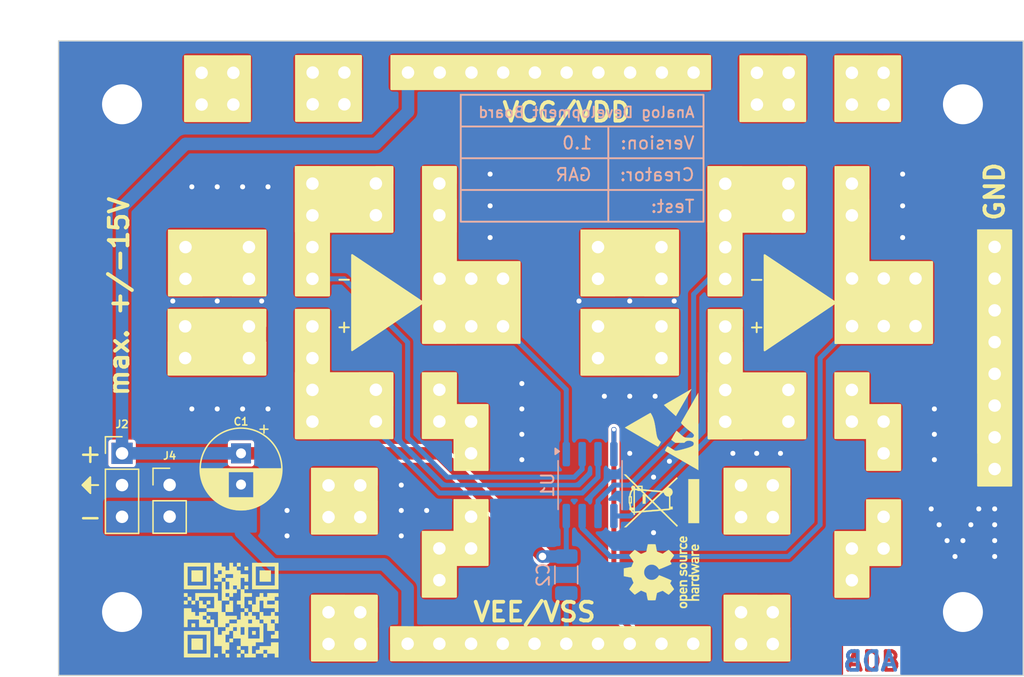
<source format=kicad_pcb>
(kicad_pcb (version 20221018) (generator pcbnew)
  (title_block (title "${acronym} - ${title}") (date "${date}") (rev "${revision}") (company "${company}") (comment 1 "${creator}") (comment 2 "${license}"))
  (layers (0 "F.Cu" signal) (31 "B.Cu" signal) (34 "B.Paste" user) (35 "F.Paste" user) (36 "B.SilkS" user "B.Silkscreen") (37 "F.SilkS" user "F.Silkscreen") (38 "B.Mask" user) (39 "F.Mask" user) (44 "Edge.Cuts" user))
  (property "acronym" "ADB")
  (property "company" "HTL-Rankweil")
  (property "creator" "GAR")
  (property "date" "1337-13-37")
  (property "license" "CC BY-NC-SA 4.0")
  (property "link" "github.com/htl-rankweil")
  (property "revision" "1.0")
  (property "title" "Analog Development Board")
  (net 0 "")
  (net 1 "GND")
  (net 2 "VCC")
  (net 3 "VEE")
  (net 4 "Net-(J13-Pin_1)")
  (net 5 "Net-(J10-Pin_1)")
  (net 6 "Net-(J11-Pin_1)")
  (net 7 "Net-(J6-Pin_1)")
  (net 8 "Net-(J7-Pin_1)")
  (net 9 "Net-(J8-Pin_1)")
  (net 10 "Net-(J9-Pin_1)")
  (net 11 "Net-(J12-Pin_1)")
  (net 12 "Net-(J14-Pin_1)")
  (net 13 "Net-(J16-Pin_1)")
  (net 14 "Net-(J17-Pin_1)")
  (net 15 "Net-(J21-Pin_1)")
  (net 16 "Net-(J23-Pin_1)")
  (net 17 "Net-(J25-Pin_1)")
  (net 18 "Net-(J27-Pin_1)")
  (net 19 "Net-(J29-Pin_1)")
  (net 20 "Net-(J31-Pin_1)")
  (net 21 "Net-(J32-Pin_1)")
  (net 22 "Net-(J36-Pin_1)")
  (net 23 "Net-(J38-Pin_1)")
  (net 24 "Net-(J40-Pin_1)")
  (net 25 "Net-(J42-Pin_1)")
  (footprint "Connector_PinSocket_2.54mm:PinSocket_1x02_P2.54mm_Vertical" (layer "F.Cu") (at 203.2 104.14)
    (fp_text reference "J39" hide)
    (fp_text value "Conn_01x02_Socket" hide)
  )
  (footprint "Connector_PinSocket_2.54mm:PinSocket_1x02_P2.54mm_Vertical" (layer "F.Cu") (at 187.96 99.06)
    (fp_text reference "J36" hide)
    (fp_text value "Conn_01x02_Socket" hide)
  )
  (footprint "Connector_PinSocket_2.54mm:PinSocket_1x04_P2.54mm_Vertical" (layer "F.Cu") (at 198.145 99.07)
    (fp_text reference "J38" hide)
    (fp_text value "Conn_01x04_Socket" hide)
  )
  (footprint "Connector_PinHeader_2.54mm:PinHeader_1x03_P2.54mm_Vertical" (layer "F.Cu") (at 149.86 109.22)
    (fp_text reference "J2")
    (fp_text value "Conn_01x03_Pin" hide)
  )
  (footprint "Connector_PinSocket_2.54mm:PinSocket_1x03_P2.54mm_Vertical" (layer "F.Cu") (at 208.295 99.035 90)
    (fp_text reference "J35" hide)
    (fp_text value "Conn_01x03_Socket" hide)
  )
  (footprint "Connector_PinSocket_2.54mm:PinSocket_1x04_P2.54mm_Vertical" (layer "F.Cu") (at 165.1 99.06)
    (fp_text reference "J23" hide)
    (fp_text value "Conn_01x04_Socket" hide)
  )
  (footprint "Connector_PinSocket_2.54mm:PinSocket_1x02_P2.54mm_Vertical" (layer "F.Cu") (at 203.2 87.63)
    (fp_text reference "J29" hide)
    (fp_text value "Conn_01x02_Socket" hide)
  )
  (footprint "MountingHole:MountingHole_3.2mm_M3_Pad" (layer "F.Cu") (at 149.86 81.28)
    (fp_text reference "H1" hide)
    (fp_text value "MountingHole_Pad" hide)
  )
  (footprint "Images:QR_0x007e" (layer "F.Cu") (at 158.75 121.92)
    (fp_text reference "FID4" hide)
    (fp_text value "QR" hide)
  )
  (footprint "Connector_PinSocket_2.54mm:PinSocket_2x02_P2.54mm_Vertical" (layer "F.Cu") (at 203.22 78.76)
    (fp_text reference "J8" hide)
    (fp_text value "Conn_02x02_Counter_Clockwise" hide)
  )
  (footprint "MountingHole:MountingHole_3.2mm_M3_Pad" (layer "F.Cu") (at 149.86 121.92)
    (fp_text reference "H2" hide)
    (fp_text value "MountingHole_Pad" hide)
  )
  (footprint "Connector_PinSocket_2.54mm:PinSocket_1x02_P2.54mm_Vertical" (layer "F.Cu") (at 187.96 92.71)
    (fp_text reference "J32" hide)
    (fp_text value "Conn_01x02_Socket" hide)
  )
  (footprint "MountingHole:MountingHole_3.2mm_M3_Pad" (layer "F.Cu") (at 217.17 81.28)
    (fp_text reference "H3" hide)
    (fp_text value "MountingHole_Pad" hide)
  )
  (footprint "Connector_PinSocket_2.54mm:PinSocket_1x02_P2.54mm_Vertical" (layer "F.Cu") (at 208.28 87.63)
    (fp_text reference "J31" hide)
    (fp_text value "Conn_01x02_Socket" hide)
  )
  (footprint "Connector_PinHeader_2.54mm:PinHeader_1x08_P2.54mm_Vertical" (layer "F.Cu") (at 219.71 110.475 180)
    (fp_text reference "J3" hide)
    (fp_text value "Conn_01x08_Pin" hide)
  )
  (footprint "Connector_PinSocket_2.54mm:PinSocket_2x02_P2.54mm_Vertical" (layer "F.Cu") (at 201.95 121.94)
    (fp_text reference "J12" hide)
    (fp_text value "Conn_02x02_Counter_Clockwise" hide)
  )
  (footprint "Connector_PinSocket_2.54mm:PinSocket_2x02_P2.54mm_Vertical" (layer "F.Cu") (at 168.93 111.78)
    (fp_text reference "J11" hide)
    (fp_text value "Conn_02x02_Counter_Clockwise" hide)
  )
  (footprint "Connector_PinSocket_2.54mm:PinSocket_2x02_P2.54mm_Vertical" (layer "F.Cu") (at 168.93 121.94)
    (fp_text reference "J10" hide)
    (fp_text value "Conn_02x02_Counter_Clockwise" hide)
  )
  (footprint "Connector_PinSocket_2.54mm:PinSocket_2x02_P2.54mm_Vertical" (layer "F.Cu") (at 158.77 78.76)
    (fp_text reference "J6" hide)
    (fp_text value "Conn_02x02_Counter_Clockwise" hide)
  )
  (footprint "Connector_PinSocket_2.54mm:PinSocket_1x02_P2.54mm_Vertical" (layer "F.Cu") (at 154.915 99.055)
    (fp_text reference "J21" hide)
    (fp_text value "Conn_01x02_Socket" hide)
  )
  (footprint "Connector_PinSocket_2.54mm:PinSocket_1x10_P2.54mm_Vertical" (layer "F.Cu") (at 172.72 124.46 90)
    (fp_text reference "J5" hide)
    (fp_text value "Conn_01x10_Socket" hide)
  )
  (footprint "Connector_PinSocket_2.54mm:PinSocket_1x02_P2.54mm_Vertical" (layer "F.Cu") (at 177.8 116.83 180)
    (fp_text reference "J27" hide)
    (fp_text value "Conn_01x02_Socket" hide)
  )
  (footprint "Connector_PinSocket_2.54mm:PinSocket_1x02_P2.54mm_Vertical" (layer "F.Cu") (at 154.94 92.71)
    (fp_text reference "J17" hide)
    (fp_text value "Conn_01x02_Socket" hide)
  )
  (footprint "Symbol:OSHW-Logo_5.7x6mm_SilkScreen" (layer "F.Cu") (at 193.04 118.745 90)
    (fp_text reference "FID3" hide)
    (fp_text value "OH" hide)
  )
  (footprint "MountingHole:MountingHole_3.2mm_M3_Pad" (layer "F.Cu") (at 217.17 121.92)
    (fp_text reference "H4" hide)
    (fp_text value "MountingHole_Pad" hide)
  )
  (footprint "Connector_PinHeader_2.54mm:PinHeader_1x02_P2.54mm_Vertical" (layer "F.Cu") (at 153.67 111.745)
    (fp_text reference "J4")
    (fp_text value "Conn_01x02_Pin" hide)
  )
  (footprint "Connector_PinSocket_2.54mm:PinSocket_1x02_P2.54mm_Vertical" (layer "F.Cu") (at 170.18 87.62)
    (fp_text reference "J14" hide)
    (fp_text value "Conn_01x02_Socket" hide)
  )
  (footprint "Connector_PinSocket_2.54mm:PinSocket_1x02_P2.54mm_Vertical" (layer "F.Cu") (at 210.82 106.68)
    (fp_text reference "J40" hide)
    (fp_text value "Conn_01x02_Socket" hide)
  )
  (footprint "Connector_PinSocket_2.54mm:PinSocket_1x02_P2.54mm_Vertical" (layer "F.Cu") (at 160.02 99.06)
    (fp_text reference "J22" hide)
    (fp_text value "Conn_01x02_Socket" hide)
  )
  (footprint "Connector_PinSocket_2.54mm:PinSocket_2x02_P2.54mm_Vertical" (layer "F.Cu") (at 167.66 78.74)
    (fp_text reference "J7" hide)
    (fp_text value "Conn_02x02_Counter_Clockwise" hide)
  )
  (footprint "Connector_PinSocket_2.54mm:PinSocket_2x02_P2.54mm_Vertical" (layer "F.Cu") (at 201.95 111.78)
    (fp_text reference "J13" hide)
    (fp_text value "Conn_02x02_Counter_Clockwise" hide)
  )
  (footprint "Connector_PinSocket_2.54mm:PinSocket_1x02_P2.54mm_Vertical" (layer "F.Cu") (at 160.02 92.71)
    (fp_text reference "J18" hide)
    (fp_text value "Conn_01x02_Socket" hide)
  )
  (footprint "Connector_PinSocket_2.54mm:PinSocket_1x02_P2.54mm_Vertical" (layer "F.Cu") (at 210.82 116.84 180)
    (fp_text reference "J42" hide)
    (fp_text value "Conn_01x02_Socket" hide)
  )
  (footprint "Connector_PinSocket_2.54mm:PinSocket_1x02_P2.54mm_Vertical" (layer "F.Cu") (at 175.26 104.13)
    (fp_text reference "J25" hide)
    (fp_text value "Conn_01x02_Socket" hide)
  )
  (footprint "Connector_PinSocket_2.54mm:PinSocket_1x03_P2.54mm_Vertical" (layer "F.Cu") (at 175.275 99.05 90)
    (fp_text reference "J19" hide)
    (fp_text value "Conn_01x03_Socket" hide)
  )
  (footprint "Symbol:WEEE-Logo_4.2x6mm_SilkScreen" (layer "F.Cu") (at 193.04 113.03 90)
    (fp_text reference "FID2" hide)
    (fp_text value "Waste" hide)
  )
  (footprint "Connector_PinSocket_2.54mm:PinSocket_1x04_P2.54mm_Vertical" (layer "F.Cu") (at 165.1 87.63)
    (fp_text reference "J15" hide)
    (fp_text value "Conn_01x04_Socket" hide)
  )
  (footprint "Connector_PinSocket_2.54mm:PinSocket_1x02_P2.54mm_Vertical" (layer "F.Cu") (at 170.18 106.67 180)
    (fp_text reference "J24" hide)
    (fp_text value "Conn_01x02_Socket" hide)
  )
  (footprint "Connector_PinSocket_2.54mm:PinSocket_1x03_P2.54mm_Vertical" (layer "F.Cu") (at 175.275 95.24 90)
    (fp_text reference "J20" hide)
    (fp_text value "Conn_01x03_Socket" hide)
  )
  (footprint "Connector_PinSocket_2.54mm:PinSocket_1x03_P2.54mm_Vertical" (layer "F.Cu") (at 208.295 95.225 90)
    (fp_text reference "J34" hide)
    (fp_text value "Conn_01x03_Socket" hide)
  )
  (footprint "Connector_PinSocket_2.54mm:PinSocket_1x04_P2.54mm_Vertical" (layer "F.Cu") (at 198.145 87.64)
    (fp_text reference "J30" hide)
    (fp_text value "Conn_01x04_Socket" hide)
  )
  (footprint "Symbol:ESD-Logo_6.6x6mm_SilkScreen" (layer "F.Cu") (at 193.04 107.315 90)
    (fp_text reference "FID1" hide)
    (fp_text value "ESD" hide)
  )
  (footprint "Connector_PinSocket_2.54mm:PinSocket_1x02_P2.54mm_Vertical" (layer "F.Cu") (at 208.28 104.14)
    (fp_text reference "J41" hide)
    (fp_text value "Conn_01x02_Socket" hide)
  )
  (footprint "Connector_PinSocket_2.54mm:PinSocket_1x02_P2.54mm_Vertical" (layer "F.Cu") (at 175.26 119.37 180)
    (fp_text reference "J28" hide)
    (fp_text value "Conn_01x02_Socket" hide)
  )
  (footprint "Connector_PinSocket_2.54mm:PinSocket_1x02_P2.54mm_Vertical" (layer "F.Cu") (at 193.04 99.06)
    (fp_text reference "J37" hide)
    (fp_text value "Conn_01x02_Socket" hide)
  )
  (footprint "Connector_PinSocket_2.54mm:PinSocket_1x02_P2.54mm_Vertical" (layer "F.Cu") (at 175.26 87.62)
    (fp_text reference "J16" hide)
    (fp_text value "Conn_01x02_Socket" hide)
  )
  (footprint "Connector_PinSocket_2.54mm:PinSocket_1x02_P2.54mm_Vertical" (layer "F.Cu") (at 208.28 119.38 180)
    (fp_text reference "J43" hide)
    (fp_text value "Conn_01x02_Socket" hide)
  )
  (footprint "Connector_PinSocket_2.54mm:PinSocket_1x02_P2.54mm_Vertical" (layer "F.Cu") (at 193.04 92.71)
    (fp_text reference "J33" hide)
    (fp_text value "Conn_01x02_Socket" hide)
  )
  (footprint "Connector_PinSocket_2.54mm:PinSocket_1x10_P2.54mm_Vertical" (layer "F.Cu") (at 172.75 78.74 90)
    (fp_text reference "J1" hide)
    (fp_text value "Conn_01x10_Socket" hide)
  )
  (footprint "Capacitor_THT:CP_Radial_D6.3mm_P2.50mm" (layer "F.Cu") (at 159.385 109.22 -90)
    (fp_text reference "C1")
    (fp_text value "10u")
  )
  (footprint "Connector_PinSocket_2.54mm:PinSocket_1x02_P2.54mm_Vertical" (layer "F.Cu") (at 177.8 106.68)
    (fp_text reference "J26" hide)
    (fp_text value "Conn_01x02_Socket" hide)
  )
  (footprint "Connector_PinSocket_2.54mm:PinSocket_2x02_P2.54mm_Vertical" (layer "F.Cu") (at 210.82 78.76)
    (fp_text reference "J9" hide)
    (fp_text value "Conn_02x02_Counter_Clockwise" hide)
  )
  (footprint "Capacitor_SMD:C_1206_3216Metric" (layer "B.Cu") (at 185.42 118.95 -90)
    (fp_text reference "C2")
    (fp_text value "100n")
  )
  (footprint "Package_SO:SOIC-8_3.9x4.9mm_P1.27mm" (layer "B.Cu") (at 187.325 111.76 -90)
    (fp_text reference "U1")
    (fp_text value "LM358")
  )
  (gr_line (start 196.4055 85.598) (end 176.9872 85.598) (stroke (width 0.15)) (layer "B.SilkS"))
  (gr_rect (start 176.9745 80.518) (end 196.4055 90.678) (stroke (width 0.15)) (fill none) (layer "B.SilkS"))
  (gr_line (start 196.4055 88.138) (end 176.9872 88.138) (stroke (width 0.15)) (layer "B.SilkS"))
  (gr_line (start 196.4055 83.058) (end 176.9872 83.058) (stroke (width 0.15)) (layer "B.SilkS"))
  (gr_line (start 188.7855 83.058) (end 188.7855 90.678) (stroke (width 0.15)) (layer "B.SilkS"))
  (gr_rect (start 163.77 97.73) (end 166.43 108.01) (stroke (width 0.15)) (fill solid) (layer "F.SilkS"))
  (gr_rect (start 198.08 120.61) (end 203.28 125.81) (stroke (width 0.15)) (fill solid) (layer "F.SilkS"))
  (gr_rect (start 173.93 102.8) (end 176.59 108) (stroke (width 0.15)) (fill solid) (layer "F.SilkS"))
  (gr_rect (start 163.77 86.3) (end 166.43 96.58) (stroke (width 0.15)) (fill solid) (layer "F.SilkS"))
  (gr_rect (start 176.47 105.35) (end 179.13 110.55) (stroke (width 0.15)) (fill solid) (layer "F.SilkS"))
  (gr_rect (start 186.63 91.38) (end 194.37 96.58) (stroke (width 0.15)) (fill solid) (layer "F.SilkS"))
  (gr_rect (start 163.77 86.3) (end 171.51 91.49) (stroke (width 0.15)) (fill solid) (layer "F.SilkS"))
  (gr_rect (start 176.47 112.96) (end 179.13 118.16) (stroke (width 0.15)) (fill solid) (layer "F.SilkS"))
  (gr_rect (start 196.815 102.81) (end 204.555 108.02) (stroke (width 0.15)) (fill solid) (layer "F.SilkS"))
  (gr_rect (start 165.06 110.45) (end 170.26 115.65) (stroke (width 0.15)) (fill solid) (layer "F.SilkS"))
  (gr_rect (start 209.49 112.97) (end 212.15 118.17) (stroke (width 0.15)) (fill solid) (layer "F.SilkS"))
  (gr_rect (start 196.79 86.3) (end 204.53 91.49) (stroke (width 0.15)) (fill solid) (layer "F.SilkS"))
  (gr_rect (start 186.63 97.73) (end 194.37 102.93) (stroke (width 0.15)) (fill solid) (layer "F.SilkS"))
  (gr_rect (start 173.945 93.91) (end 181.685 100.38) (stroke (width 0.15)) (fill solid) (layer "F.SilkS"))
  (gr_rect (start 163.79 77.41) (end 168.99 82.61) (stroke (width 0.15)) (fill solid) (layer "F.SilkS"))
  (gr_rect (start 154.9 77.43) (end 160.1 82.63) (stroke (width 0.15)) (fill solid) (layer "F.SilkS"))
  (gr_rect (start 173.93 115.5) (end 176.59 120.7) (stroke (width 0.15)) (fill solid) (layer "F.SilkS"))
  (gr_rect (start 173.945 86.29) (end 176.59 100.38) (stroke (width 0.15)) (fill solid) (layer "F.SilkS"))
  (gr_rect (start 171.39 123.13) (end 196.91 125.79) (stroke (width 0.15)) (fill solid) (layer "F.SilkS"))
  (gr_poly (pts (xy 173.945 97.145) (xy 168.275 93.345) (xy 168.275 100.965)) (stroke (width 0.15)) (fill solid) (layer "F.SilkS"))
  (gr_poly (pts (xy 206.965 97.155) (xy 201.295 93.355) (xy 201.295 100.975)) (stroke (width 0.15)) (fill solid) (layer "F.SilkS"))
  (gr_rect (start 209.49 105.35) (end 212.15 110.55) (stroke (width 0.15)) (fill solid) (layer "F.SilkS"))
  (gr_rect (start 206.965 93.92) (end 214.705 100.39) (stroke (width 0.15)) (fill solid) (layer "F.SilkS"))
  (gr_rect (start 163.77 102.8) (end 171.51 108.01) (stroke (width 0.15)) (fill solid) (layer "F.SilkS"))
  (gr_rect (start 206.965 86.3) (end 209.61 100.39) (stroke (width 0.15)) (fill solid) (layer "F.SilkS"))
  (gr_line (start 147.32 111.76) (end 147.955 111.76) (stroke (width 0.15)) (layer "F.SilkS"))
  (gr_rect (start 153.585 97.725) (end 161.325 102.925) (stroke (width 0.15)) (fill solid) (layer "F.SilkS"))
  (gr_rect (start 198.08 110.45) (end 203.28 115.65) (stroke (width 0.15)) (fill solid) (layer "F.SilkS"))
  (gr_rect (start 206.95 115.51) (end 209.61 120.71) (stroke (width 0.15)) (fill solid) (layer "F.SilkS"))
  (gr_rect (start 199.35 77.43) (end 204.55 82.63) (stroke (width 0.15)) (fill solid) (layer "F.SilkS"))
  (gr_rect (start 171.42 77.41) (end 196.94 80.07) (stroke (width 0.15)) (fill solid) (layer "F.SilkS"))
  (gr_rect (start 196.815 97.74) (end 199.475 108.02) (stroke (width 0.15)) (fill solid) (layer "F.SilkS"))
  (gr_rect (start 206.95 102.8) (end 209.61 108) (stroke (width 0.15)) (fill solid) (layer "F.SilkS"))
  (gr_poly (pts (xy 146.685 111.76) (xy 147.32 111.125) (xy 147.32 112.395)) (stroke (width 0.15)) (fill solid) (layer "F.SilkS"))
  (gr_rect (start 165.06 120.61) (end 170.26 125.81) (stroke (width 0.15)) (fill solid) (layer "F.SilkS"))
  (gr_rect (start 206.95 77.43) (end 212.15 82.63) (stroke (width 0.15)) (fill solid) (layer "F.SilkS"))
  (gr_rect (start 218.38 91.365) (end 221.04 111.805) (stroke (width 0.15)) (fill solid) (layer "F.SilkS"))
  (gr_rect (start 153.61 91.38) (end 161.35 96.58) (stroke (width 0.15)) (fill solid) (layer "F.SilkS"))
  (gr_rect (start 196.79 86.3) (end 199.45 96.58) (stroke (width 0.15)) (fill solid) (layer "F.SilkS"))
  (gr_rect (start 144.78 76.2) (end 221.996 127) (stroke (width 0.1)) (fill none) (layer "Edge.Cuts"))
  (gr_text "${acronym}" (at 207.645 126.746) (layer "F.Cu") (effects (font (size 1.5 1.5) (thickness 0.3) bold) (justify left bottom)))
  (gr_text "${acronym}" (at 212.09 126.746) (layer "B.Cu") (effects (font (size 1.5 1.5) (thickness 0.3) bold) (justify left bottom mirror)))
  (gr_text "Version:   ${revision}" (at 195.7705 84.963) (layer "B.SilkS") (effects (font (size 1 1)) (justify left bottom mirror)))
  (gr_text "Creator:   ${creator}" (at 195.7705 87.503) (layer "B.SilkS") (effects (font (size 1 1)) (justify left bottom mirror)))
  (gr_text "Test:" (at 195.7705 90.043) (layer "B.SilkS") (effects (font (size 1 1)) (justify left bottom mirror)))
  (gr_text "${title}" (at 195.7705 82.423) (layer "B.SilkS") (effects (font (size 0.85 0.85) (thickness 0.15) bold) (justify left bottom mirror)))
  (gr_text "+" (at 200.66 99.07) (layer "F.SilkS") (effects (font (size 1 1))))
  (gr_text "GND" (at 219.71 88.265 90) (layer "F.SilkS") (effects (font (size 1.5 1.5) (thickness 0.3) bold)))
  (gr_text "-" (at 167.64 95.25) (layer "F.SilkS") (effects (font (size 1 1))))
  (gr_text "+" (at 147.32 109.22) (layer "F.SilkS") (effects (font (size 1.5 1.5) (thickness 0.2))))
  (gr_text "VEE/VSS" (at 182.88 121.92) (layer "F.SilkS") (effects (font (size 1.5 1.5) (thickness 0.3) bold)))
  (gr_text "-" (at 147.32 114.3) (layer "F.SilkS") (effects (font (size 1.5 1.5) (thickness 0.2))))
  (gr_text "VCC/VDD" (at 185.42 81.915) (layer "F.SilkS") (effects (font (size 1.5 1.5) (thickness 0.3) bold)))
  (gr_text "max. +/-15V" (at 150.495 104.775 90) (layer "F.SilkS") (effects (font (size 1.5 1.5) (thickness 0.3) bold) (justify left bottom)))
  (gr_text "+" (at 167.64 99.06) (layer "F.SilkS") (effects (font (size 1 1))))
  (gr_text "-" (at 200.66 95.26) (layer "F.SilkS") (effects (font (size 1 1))))
  (via (at 192.532 104.648) (size 0.6) (drill 0.4) (layers "F.Cu" "B.Cu") (net 1))
  (via (at 202.565 109.22) (size 0.6) (drill 0.4) (layers "F.Cu" "B.Cu") (net 1))
  (via (at 188.468 104.648) (size 0.6) (drill 0.4) (layers "F.Cu" "B.Cu") (net 1))
  (via (at 193.675 109.855) (size 0.6) (drill 0.4) (layers "F.Cu" "B.Cu") (net 1))
  (via (at 212.344 89.408) (size 0.6) (drill 0.4) (layers "F.Cu" "B.Cu") (net 1))
  (via (at 219.71 116.205) (size 0.6) (drill 0.4) (layers "F.Cu" "B.Cu") (net 1))
  (via (at 219.71 114.935) (size 0.6) (drill 0.4) (layers "F.Cu" "B.Cu") (net 1))
  (via (at 216.535 117.475) (size 0.6) (drill 0.4) (layers "F.Cu" "B.Cu") (net 1))
  (via (at 161.544 105.664) (size 0.6) (drill 0.4) (layers "F.Cu" "B.Cu") (net 1))
  (via (at 172.212 111.76) (size 0.6) (drill 0.4) (layers "F.Cu" "B.Cu") (net 1))
  (via (at 181.864 109.728) (size 0.6) (drill 0.4) (layers "F.Cu" "B.Cu") (net 1))
  (via (at 214.884 105.664) (size 0.6) (drill 0.4) (layers "F.Cu" "B.Cu") (net 1))
  (via (at 179.324 86.868) (size 0.6) (drill 0.4) (layers "F.Cu" "B.Cu") (net 1))
  (via (at 157.48 97.028) (size 0.6) (drill 0.4) (layers "F.Cu" "B.Cu") (net 1))
  (via (at 159.512 87.884) (size 0.6) (drill 0.4) (layers "F.Cu" "B.Cu") (net 1))
  (via (at 155.448 105.664) (size 0.6) (drill 0.4) (layers "F.Cu" "B.Cu") (net 1))
  (via (at 190.5 109.22) (size 0.6) (drill 0.4) (layers "F.Cu" "B.Cu") (net 1))
  (via (at 214.884 107.696) (size 0.6) (drill 0.4) (layers "F.Cu" "B.Cu") (net 1))
  (via (at 172.212 115.824) (size 0.6) (drill 0.4) (layers "F.Cu" "B.Cu") (net 1))
  (via (at 157.48 87.884) (size 0.6) (drill 0.4) (layers "F.Cu" "B.Cu") (net 1))
  (via (at 163.068 113.792) (size 0.6) (drill 0.4) (layers "F.Cu" "B.Cu") (net 1))
  (via (at 186.436 97.028) (size 0.6) (drill 0.4) (layers "F.Cu" "B.Cu") (net 1))
  (via (at 215.265 114.935) (size 0.6) (drill 0.4) (layers "F.Cu" "B.Cu") (net 1))
  (via (at 163.068 115.824) (size 0.6) (drill 0.4) (layers "F.Cu" "B.Cu") (net 1))
  (via (at 190.5 97.028) (size 0.6) (drill 0.4) (layers "F.Cu" "B.Cu") (net 1))
  (via (at 153.924 97.028) (size 0.6) (drill 0.4) (layers "F.Cu" "B.Cu") (net 1))
  (via (at 159.512 105.664) (size 0.6) (drill 0.4) (layers "F.Cu" "B.Cu") (net 1))
  (via (at 215.9 116.205) (size 0.6) (drill 0.4) (layers "F.Cu" "B.Cu") (net 1))
  (via (at 190.5 104.648) (size 0.6) (drill 0.4) (layers "F.Cu" "B.Cu") (net 1))
  (via (at 217.17 116.205) (size 0.6) (drill 0.4) (layers "F.Cu" "B.Cu") (net 1))
  (via (at 174.244 113.792) (size 0.6) (drill 0.4) (layers "F.Cu" "B.Cu") (net 1))
  (via (at 198.755 109.22) (size 0.6) (drill 0.4) (layers "F.Cu" "B.Cu") (net 1))
  (via (at 192.405 115.57) (size 0.6) (drill 0.4) (layers "F.Cu" "B.Cu") (net 1))
  (via (at 200.66 109.22) (size 0.6) (drill 0.4) (layers "F.Cu" "B.Cu") (net 1))
  (via (at 217.805 114.935) (size 0.6) (drill 0.4) (layers "F.Cu" "B.Cu") (net 1))
  (via (at 181.864 105.664) (size 0.6) (drill 0.4) (layers "F.Cu" "B.Cu") (net 1))
  (via (at 219.71 113.665) (size 0.6) (drill 0.4) (layers "F.Cu" "B.Cu") (net 1))
  (via (at 179.324 89.408) (size 0.6) (drill 0.4) (layers "F.Cu" "B.Cu") (net 1))
  (via (at 214.884 109.728) (size 0.6) (drill 0.4) (layers "F.Cu" "B.Cu") (net 1))
  (via (at 155.448 87.884) (size 0.6) (drill 0.4) (layers "F.Cu" "B.Cu") (net 1))
  (via (at 212.344 86.868) (size 0.6) (drill 0.4) (layers "F.Cu" "B.Cu") (net 1))
  (via (at 212.344 91.948) (size 0.6) (drill 0.4) (layers "F.Cu" "B.Cu") (net 1))
  (via (at 161.544 87.884) (size 0.6) (drill 0.4) (layers "F.Cu" "B.Cu") (net 1))
  (via (at 179.324 91.948) (size 0.6) (drill 0.4) (layers "F.Cu" "B.Cu") (net 1))
  (via (at 181.864 107.696) (size 0.6) (drill 0.4) (layers "F.Cu" "B.Cu") (net 1))
  (via (at 161.036 97.028) (size 0.6) (drill 0.4) (layers "F.Cu" "B.Cu") (net 1))
  (via (at 194.056 97.028) (size 0.6) (drill 0.4) (layers "F.Cu" "B.Cu") (net 1))
  (via (at 172.212 113.792) (size 0.6) (drill 0.4) (layers "F.Cu" "B.Cu") (net 1))
  (via (at 214.63 113.665) (size 0.6) (drill 0.4) (layers "F.Cu" "B.Cu") (net 1))
  (via (at 157.48 105.664) (size 0.6) (drill 0.4) (layers "F.Cu" "B.Cu") (net 1))
  (via (at 181.864 103.632) (size 0.6) (drill 0.4) (layers "F.Cu" "B.Cu") (net 1))
  (via (at 219.71 117.475) (size 0.6) (drill 0.4) (layers "F.Cu" "B.Cu") (net 1))
  (via (at 218.44 113.665) (size 0.6) (drill 0.4) (layers "F.Cu" "B.Cu") (net 1))
  (via (at 192.405 111.125) (size 0.6) (drill 0.4) (layers "F.Cu" "B.Cu") (net 1))
  (segment (start 159.385 109.22) (end 175.26 109.22) (width 1) (layer "F.Cu") (net 2))
  (segment (start 175.26 109.22) (end 183.515 117.475) (width 1) (layer "F.Cu") (net 2))
  (via (at 183.515 117.475) (size 1) (drill 0.6) (layers "F.Cu" "B.Cu") (net 2))
  (segment (start 149.86 89.535) (end 154.94 84.455) (width 1) (layer "B.Cu") (net 2))
  (segment (start 185.42 117.475) (end 185.42 114.235) (width 0.4) (layer "B.Cu") (net 2))
  (segment (start 149.86 109.22) (end 149.86 89.535) (width 1) (layer "B.Cu") (net 2))
  (segment (start 154.94 84.455) (end 170.18 84.455) (width 1) (layer "B.Cu") (net 2))
  (segment (start 149.86 109.22) (end 159.385 109.22) (width 1) (layer "B.Cu") (net 2))
  (segment (start 170.18 84.455) (end 172.75 81.885) (width 1) (layer "B.Cu") (net 2))
  (segment (start 183.515 117.475) (end 185.42 117.475) (width 1) (layer "B.Cu") (net 2))
  (segment (start 172.75 81.885) (end 172.75 78.74) (width 1) (layer "B.Cu") (net 2))
  (segment (start 189.23 121.92) (end 190.5 123.19) (width 0.4) (layer "F.Cu") (net 3))
  (segment (start 190.5 123.19) (end 190.5 124.46) (width 0.4) (layer "F.Cu") (net 3))
  (segment (start 189.23 107.315) (end 189.23 121.92) (width 0.4) (layer "F.Cu") (net 3))
  (via (at 189.23 107.315) (size 0.4) (drill 0.3) (layers "F.Cu" "B.Cu") (net 3))
  (segment (start 172.72 124.46) (end 172.72 120.015) (width 1) (layer "B.Cu") (net 3))
  (segment (start 159.385 115.57) (end 159.385 111.72) (width 1) (layer "B.Cu") (net 3))
  (segment (start 172.72 120.015) (end 170.815 118.11) (width 1) (layer "B.Cu") (net 3))
  (segment (start 185.42 120.425) (end 185.42 124.46) (width 0.4) (layer "B.Cu") (net 3))
  (segment (start 170.815 118.11) (end 161.925 118.11) (width 1) (layer "B.Cu") (net 3))
  (segment (start 161.925 118.11) (end 159.385 115.57) (width 1) (layer "B.Cu") (net 3))
  (segment (start 189.23 109.285) (end 189.23 107.315) (width 0.4) (layer "B.Cu") (net 3))
  (segment (start 186.69 110.49) (end 186.055 111.125) (width 0.4) (layer "B.Cu") (net 12))
  (segment (start 186.69 109.285) (end 186.69 110.49) (width 0.4) (layer "B.Cu") (net 12))
  (segment (start 175.895 111.125) (end 172.72 107.95) (width 0.4) (layer "B.Cu") (net 12))
  (segment (start 167.64 95.25) (end 165.1 95.25) (width 0.4) (layer "B.Cu") (net 12))
  (segment (start 172.72 107.95) (end 172.72 100.33) (width 0.4) (layer "B.Cu") (net 12))
  (segment (start 186.055 111.125) (end 175.895 111.125) (width 0.4) (layer "B.Cu") (net 12))
  (segment (start 172.72 100.33) (end 167.64 95.25) (width 0.4) (layer "B.Cu") (net 12))
  (segment (start 185.42 109.285) (end 185.42 104.115) (width 0.4) (layer "B.Cu") (net 13))
  (segment (start 185.42 104.115) (end 180.355 99.05) (width 0.4) (layer "B.Cu") (net 13))
  (segment (start 187.96 111.125) (end 186.69 112.395) (width 0.4) (layer "B.Cu") (net 16))
  (segment (start 186.69 112.395) (end 175.26 112.395) (width 0.4) (layer "B.Cu") (net 16))
  (segment (start 175.26 112.395) (end 170.18 107.315) (width 0.4) (layer "B.Cu") (net 16))
  (segment (start 170.18 107.315) (end 170.18 106.67) (width 0.4) (layer "B.Cu") (net 16))
  (segment (start 187.96 109.285) (end 187.96 111.125) (width 0.4) (layer "B.Cu") (net 16))
  (segment (start 195.615 96.485) (end 196.84 95.26) (width 0.4) (layer "B.Cu") (net 19))
  (segment (start 187.96 114.235) (end 187.96 113.03) (width 0.4) (layer "B.Cu") (net 19))
  (segment (start 190.5 111.76) (end 195.615 106.645) (width 0.4) (layer "B.Cu") (net 19))
  (segment (start 189.23 111.76) (end 190.5 111.76) (width 0.4) (layer "B.Cu") (net 19))
  (segment (start 196.84 95.26) (end 198.145 95.26) (width 0.4) (layer "B.Cu") (net 19))
  (segment (start 187.96 113.03) (end 189.23 111.76) (width 0.4) (layer "B.Cu") (net 19))
  (segment (start 195.615 106.645) (end 195.615 96.485) (width 0.4) (layer "B.Cu") (net 19))
  (segment (start 188.955001 117.475) (end 203.2 117.475) (width 0.4) (layer "B.Cu") (net 20))
  (segment (start 205.74 101.59) (end 208.295 99.035) (width 0.4) (layer "B.Cu") (net 20))
  (segment (start 203.2 117.475) (end 205.74 114.935) (width 0.4) (layer "B.Cu") (net 20))
  (segment (start 205.74 114.935) (end 205.74 101.59) (width 0.4) (layer "B.Cu") (net 20))
  (segment (start 186.69 114.235) (end 186.69 115.209999) (width 0.4) (layer "B.Cu") (net 20))
  (segment (start 186.69 115.209999) (end 188.955001 117.475) (width 0.4) (layer "B.Cu") (net 20))
  (segment (start 189.23 114.235) (end 190.565 114.235) (width 0.4) (layer "B.Cu") (net 23))
  (segment (start 190.565 114.235) (end 198.11 106.69) (width 0.4) (layer "B.Cu") (net 23))
  (segment (start 198.11 106.69) (end 198.145 106.69) (width 0.4) (layer "B.Cu") (net 23))
  (zone (net 1) (net_name "GND") (layers "F&B.Cu") (connect_pads yes (clearance 0.254)) (min_thickness 0.254) (fill yes (thermal_gap 0.5) (thermal_bridge_width 0.5) (island_removal_mode 1) (island_area_min 10))
    (polygon (pts (xy 144.78 76.2) (xy 221.996 76.2) (xy 221.996 127) (xy 144.78 127)))
  )
  (zone (net 4) (net_name "Net-(J13-Pin_1)") (layer "B.Cu") (priority 2) (connect_pads yes (clearance 0.254)) (min_thickness 0.254) (fill yes (thermal_gap 0.5) (thermal_bridge_width 0.5) (island_removal_mode 1) (island_area_min 10))
    (polygon (pts (xy 198.12 110.49) (xy 198.12 115.57) (xy 203.2 115.57) (xy 203.2 110.49)))
  )
  (zone (net 19) (net_name "Net-(J29-Pin_1)") (layer "B.Cu") (priority 2) (connect_pads yes (clearance 0.254)) (min_thickness 0.254) (fill yes (thermal_gap 0.5) (thermal_bridge_width 0.5) (island_removal_mode 1) (island_area_min 10))
    (polygon (pts (xy 204.47 86.36) (xy 204.47 91.44) (xy 199.39 91.44) (xy 199.39 96.52) (xy 196.85 96.52) (xy 196.85 86.36)))
  )
  (zone (net 2) (net_name "VCC") (layer "B.Cu") (priority 1) (connect_pads yes (clearance 0.254)) (min_thickness 0.254) (fill yes (thermal_gap 0.5) (thermal_bridge_width 0.5) (island_removal_mode 1) (island_area_min 10))
    (polygon (pts (xy 171.45 77.47) (xy 171.45 80.01) (xy 196.85 80.01) (xy 196.85 77.47)))
  )
  (zone (net 25) (net_name "Net-(J42-Pin_1)") (layer "B.Cu") (priority 2) (connect_pads yes (clearance 0.254)) (min_thickness 0.254) (fill yes (thermal_gap 0.5) (thermal_bridge_width 0.5) (island_removal_mode 1) (island_area_min 10))
    (polygon (pts (xy 207.01 120.65) (xy 207.01 115.57) (xy 209.55 115.57) (xy 209.55 113.03) (xy 212.09 113.03) (xy 212.09 118.11) (xy 209.55 118.11) (xy 209.55 120.65)))
  )
  (zone (net 3) (net_name "VEE") (layer "B.Cu") (priority 2) (connect_pads yes (clearance 0.254)) (min_thickness 0.254) (fill yes (thermal_gap 0.5) (thermal_bridge_width 0.5) (island_removal_mode 1) (island_area_min 10))
    (polygon (pts (xy 148.59 113.03) (xy 148.59 115.57) (xy 160.655 115.57) (xy 160.655 110.49) (xy 158.115 110.49) (xy 158.115 113.03)))
  )
  (zone (net 3) (net_name "VEE") (layer "B.Cu") (priority 2) (connect_pads yes (clearance 0.254)) (min_thickness 0.254) (fill yes (thermal_gap 0.5) (thermal_bridge_width 0.5) (island_removal_mode 1) (island_area_min 10))
    (polygon (pts (xy 171.45 123.19) (xy 171.45 125.73) (xy 196.85 125.73) (xy 196.85 123.19)))
  )
  (zone (net 9) (net_name "Net-(J8-Pin_1)") (layer "B.Cu") (priority 2) (connect_pads yes (clearance 0.254)) (min_thickness 0.254) (fill yes (thermal_gap 0.5) (thermal_bridge_width 0.5) (island_removal_mode 1) (island_area_min 10))
    (polygon (pts (xy 199.39 77.47) (xy 199.39 82.55) (xy 204.47 82.55) (xy 204.47 77.47)))
  )
  (zone (net 22) (net_name "Net-(J36-Pin_1)") (layer "B.Cu") (priority 2) (connect_pads yes (clearance 0.254)) (min_thickness 0.254) (fill yes (thermal_gap 0.5) (thermal_bridge_width 0.5) (island_removal_mode 1) (island_area_min 10))
    (polygon (pts (xy 186.69 97.79) (xy 186.69 102.87) (xy 194.31 102.87) (xy 194.31 97.79)))
  )
  (zone (net 14) (net_name "Net-(J17-Pin_1)") (layer "B.Cu") (priority 2) (connect_pads yes (clearance 0.254)) (min_thickness 0.254) (fill yes (thermal_gap 0.5) (thermal_bridge_width 0.5) (island_removal_mode 1) (island_area_min 10))
    (polygon (pts (xy 153.645 91.42) (xy 153.645 96.5) (xy 161.265 96.5) (xy 161.265 91.42)))
  )
  (zone (net 7) (net_name "Net-(J6-Pin_1)") (layer "B.Cu") (priority 2) (connect_pads yes (clearance 0.254)) (min_thickness 0.254) (fill yes (thermal_gap 0.5) (thermal_bridge_width 0.5) (island_removal_mode 1) (island_area_min 10))
    (polygon (pts (xy 154.94 77.47) (xy 154.94 82.55) (xy 160.02 82.55) (xy 160.02 77.47)))
  )
  (zone (net 21) (net_name "Net-(J32-Pin_1)") (layer "B.Cu") (priority 2) (connect_pads yes (clearance 0.254)) (min_thickness 0.254) (fill yes (thermal_gap 0.5) (thermal_bridge_width 0.5) (island_removal_mode 1) (island_area_min 10))
    (polygon (pts (xy 186.69 91.44) (xy 186.69 96.52) (xy 194.31 96.52) (xy 194.31 91.44)))
  )
  (zone (net 6) (net_name "Net-(J11-Pin_1)") (layer "B.Cu") (priority 2) (connect_pads yes (clearance 0.254)) (min_thickness 0.254) (fill yes (thermal_gap 0.5) (thermal_bridge_width 0.5) (island_removal_mode 1) (island_area_min 10))
    (polygon (pts (xy 165.1 110.49) (xy 165.1 115.57) (xy 170.18 115.57) (xy 170.18 110.49)))
  )
  (zone (net 16) (net_name "Net-(J23-Pin_1)") (layer "B.Cu") (priority 2) (connect_pads yes (clearance 0.254)) (min_thickness 0.254) (fill yes (thermal_gap 0.5) (thermal_bridge_width 0.5) (island_removal_mode 1) (island_area_min 10))
    (polygon (pts (xy 171.45 107.95) (xy 171.45 102.87) (xy 166.37 102.87) (xy 166.37 97.79) (xy 163.83 97.79) (xy 163.83 107.95)))
  )
  (zone (net 5) (net_name "Net-(J10-Pin_1)") (layer "B.Cu") (priority 2) (connect_pads yes (clearance 0.254)) (min_thickness 0.254) (fill yes (thermal_gap 0.5) (thermal_bridge_width 0.5) (island_removal_mode 1) (island_area_min 10))
    (polygon (pts (xy 165.1 120.65) (xy 165.1 125.73) (xy 170.18 125.73) (xy 170.18 120.65)))
  )
  (zone (net 12) (net_name "Net-(J14-Pin_1)") (layer "B.Cu") (priority 2) (connect_pads yes (clearance 0.254)) (min_thickness 0.254) (fill yes (thermal_gap 0.5) (thermal_bridge_width 0.5) (island_removal_mode 1) (island_area_min 10))
    (polygon (pts (xy 171.45 86.36) (xy 171.45 91.44) (xy 166.37 91.44) (xy 166.37 96.52) (xy 163.83 96.52) (xy 163.83 86.36)))
  )
  (zone (net 18) (net_name "Net-(J27-Pin_1)") (layer "B.Cu") (priority 2) (connect_pads yes (clearance 0.254)) (min_thickness 0.254) (fill yes (thermal_gap 0.5) (thermal_bridge_width 0.5) (island_removal_mode 1) (island_area_min 10))
    (polygon (pts (xy 173.99 120.65) (xy 173.99 115.57) (xy 176.53 115.57) (xy 176.53 113.03) (xy 179.07 113.03) (xy 179.07 118.11) (xy 176.53 118.11) (xy 176.53 120.65)))
  )
  (zone (net 13) (net_name "Net-(J16-Pin_1)") (layer "B.Cu") (priority 3) (connect_pads yes (clearance 0.254)) (min_thickness 0.254) (fill yes (thermal_gap 0.5) (thermal_bridge_width 0.5) (island_removal_mode 1) (island_area_min 10))
    (polygon (pts (xy 173.99 86.36) (xy 173.99 100.33) (xy 181.61 100.33) (xy 181.61 93.98) (xy 176.53 93.98) (xy 176.53 86.36)))
  )
  (zone (net 8) (net_name "Net-(J7-Pin_1)") (layer "B.Cu") (priority 2) (connect_pads yes (clearance 0.254)) (min_thickness 0.254) (fill yes (thermal_gap 0.5) (thermal_bridge_width 0.5) (island_removal_mode 1) (island_area_min 10))
    (polygon (pts (xy 163.83 77.47) (xy 163.83 82.55) (xy 168.91 82.55) (xy 168.91 77.47)))
  )
  (zone (net 23) (net_name "Net-(J38-Pin_1)") (layer "B.Cu") (priority 2) (connect_pads yes (clearance 0.254)) (min_thickness 0.254) (fill yes (thermal_gap 0.5) (thermal_bridge_width 0.5) (island_removal_mode 1) (island_area_min 10))
    (polygon (pts (xy 204.47 107.95) (xy 204.47 102.87) (xy 199.39 102.87) (xy 199.39 97.79) (xy 196.85 97.79) (xy 196.85 107.95)))
  )
  (zone (net 15) (net_name "Net-(J21-Pin_1)") (layer "B.Cu") (priority 2) (connect_pads yes (clearance 0.254)) (min_thickness 0.254) (fill yes (thermal_gap 0.5) (thermal_bridge_width 0.5) (island_removal_mode 1) (island_area_min 10))
    (polygon (pts (xy 153.67 97.79) (xy 153.67 102.87) (xy 161.29 102.87) (xy 161.29 97.79)))
  )
  (zone (net 10) (net_name "Net-(J9-Pin_1)") (layer "B.Cu") (priority 2) (connect_pads yes (clearance 0.254)) (min_thickness 0.254) (fill yes (thermal_gap 0.5) (thermal_bridge_width 0.5) (island_removal_mode 1) (island_area_min 10))
    (polygon (pts (xy 207.01 77.47) (xy 207.01 82.55) (xy 212.09 82.55) (xy 212.09 77.47)))
  )
  (zone (net 24) (net_name "Net-(J40-Pin_1)") (layer "B.Cu") (priority 2) (connect_pads yes (clearance 0.254)) (min_thickness 0.254) (fill yes (thermal_gap 0.5) (thermal_bridge_width 0.5) (island_removal_mode 1) (island_area_min 10))
    (polygon (pts (xy 207.01 102.87) (xy 207.01 107.95) (xy 209.55 107.95) (xy 209.55 110.49) (xy 212.09 110.49) (xy 212.09 105.41) (xy 209.55 105.41) (xy 209.55 102.87)))
  )
  (zone (net 20) (net_name "Net-(J31-Pin_1)") (layer "B.Cu") (priority 3) (connect_pads yes (clearance 0.254)) (min_thickness 0.254) (fill yes (thermal_gap 0.5) (thermal_bridge_width 0.5) (island_removal_mode 1) (island_area_min 10))
    (polygon (pts (xy 207.01 86.36) (xy 207.01 100.33) (xy 214.63 100.33) (xy 214.63 93.98) (xy 209.55 93.98) (xy 209.55 86.36)))
  )
  (zone (net 17) (net_name "Net-(J25-Pin_1)") (layer "B.Cu") (priority 2) (connect_pads yes (clearance 0.254)) (min_thickness 0.254) (fill yes (thermal_gap 0.5) (thermal_bridge_width 0.5) (island_removal_mode 1) (island_area_min 10))
    (polygon (pts (xy 173.99 102.87) (xy 173.99 107.95) (xy 176.53 107.95) (xy 176.53 110.49) (xy 179.07 110.49) (xy 179.07 105.41) (xy 176.53 105.41) (xy 176.53 102.87)))
  )
  (zone (net 11) (net_name "Net-(J12-Pin_1)") (layer "B.Cu") (priority 2) (connect_pads yes (clearance 0.254)) (min_thickness 0.254) (fill yes (thermal_gap 0.5) (thermal_bridge_width 0.5) (island_removal_mode 1) (island_area_min 10))
    (polygon (pts (xy 198.12 120.65) (xy 198.12 125.73) (xy 203.2 125.73) (xy 203.2 120.65)))
  )
)
</source>
